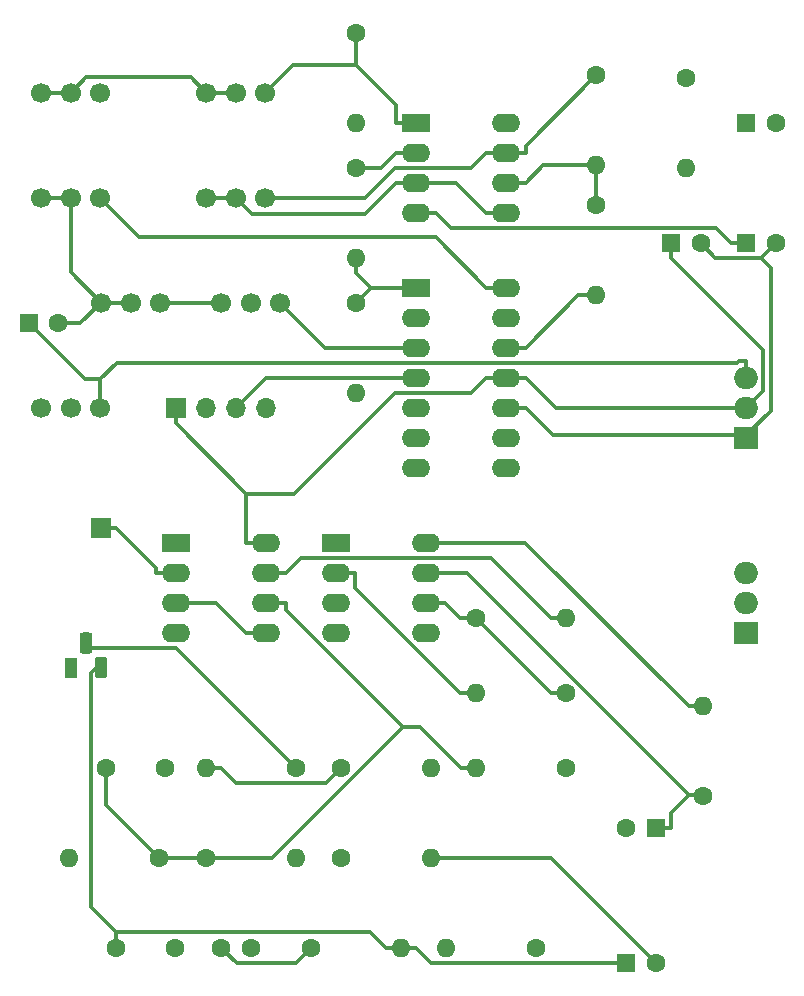
<source format=gbl>
%TF.GenerationSoftware,KiCad,Pcbnew,(5.1.12)-1*%
%TF.CreationDate,2021-11-26T16:49:32-08:00*%
%TF.ProjectId,VCO,56434f2e-6b69-4636-9164-5f7063625858,rev?*%
%TF.SameCoordinates,Original*%
%TF.FileFunction,Copper,L2,Bot*%
%TF.FilePolarity,Positive*%
%FSLAX46Y46*%
G04 Gerber Fmt 4.6, Leading zero omitted, Abs format (unit mm)*
G04 Created by KiCad (PCBNEW (5.1.12)-1) date 2021-11-26 16:49:32*
%MOMM*%
%LPD*%
G01*
G04 APERTURE LIST*
%TA.AperFunction,ComponentPad*%
%ADD10O,1.600000X1.600000*%
%TD*%
%TA.AperFunction,ComponentPad*%
%ADD11C,1.600000*%
%TD*%
%TA.AperFunction,ComponentPad*%
%ADD12R,1.700000X1.700000*%
%TD*%
%TA.AperFunction,ComponentPad*%
%ADD13R,1.600000X1.600000*%
%TD*%
%TA.AperFunction,ComponentPad*%
%ADD14R,1.100000X1.800000*%
%TD*%
%TA.AperFunction,ComponentPad*%
%ADD15O,1.700000X1.700000*%
%TD*%
%TA.AperFunction,ComponentPad*%
%ADD16C,1.700000*%
%TD*%
%TA.AperFunction,ComponentPad*%
%ADD17O,2.400000X1.600000*%
%TD*%
%TA.AperFunction,ComponentPad*%
%ADD18R,2.400000X1.600000*%
%TD*%
%TA.AperFunction,ComponentPad*%
%ADD19O,2.000000X1.905000*%
%TD*%
%TA.AperFunction,ComponentPad*%
%ADD20R,2.000000X1.905000*%
%TD*%
%TA.AperFunction,Conductor*%
%ADD21C,0.304800*%
%TD*%
G04 APERTURE END LIST*
D10*
%TO.P,R1,2*%
%TO.N,Net-(R1-Pad2)*%
X21380000Y-95250000D03*
D11*
%TO.P,R1,1*%
%TO.N,Net-(C6-Pad1)*%
X29000000Y-95250000D03*
%TD*%
D12*
%TO.P,J3,1*%
%TO.N,Net-(C5-Pad2)*%
X24130000Y-67310000D03*
%TD*%
D11*
%TO.P,C6,2*%
%TO.N,GND*%
X29561800Y-87630000D03*
%TO.P,C6,1*%
%TO.N,Net-(C6-Pad1)*%
X24561800Y-87630000D03*
%TD*%
D10*
%TO.P,R3,2*%
%TO.N,Net-(C5-Pad1)*%
X49530000Y-102870000D03*
D11*
%TO.P,R3,1*%
%TO.N,Net-(C8-Pad2)*%
X41910000Y-102870000D03*
%TD*%
%TO.P,C7,2*%
%TO.N,Net-(C7-Pad2)*%
X71080000Y-104140000D03*
D13*
%TO.P,C7,1*%
%TO.N,Net-(C5-Pad1)*%
X68580000Y-104140000D03*
%TD*%
D10*
%TO.P,R9,2*%
%TO.N,Net-(C3-Pad1)*%
X55880000Y-81280000D03*
D11*
%TO.P,R9,1*%
%TO.N,Net-(R8-Pad1)*%
X63500000Y-81280000D03*
%TD*%
%TO.P,C4,2*%
%TO.N,GND*%
X20500000Y-50000000D03*
D13*
%TO.P,C4,1*%
%TO.N,Net-(C4-Pad1)*%
X18000000Y-50000000D03*
%TD*%
D10*
%TO.P,R12,2*%
%TO.N,+12V*%
X75133200Y-82397600D03*
D11*
%TO.P,R12,1*%
%TO.N,Net-(C9-Pad1)*%
X75133200Y-90017600D03*
%TD*%
%TO.P,C8,2*%
%TO.N,Net-(C8-Pad2)*%
X34330000Y-102870000D03*
%TO.P,C8,1*%
%TO.N,Net-(C8-Pad1)*%
X36830000Y-102870000D03*
%TD*%
%TO.P,C5,2*%
%TO.N,Net-(C5-Pad2)*%
X30400000Y-102870000D03*
%TO.P,C5,1*%
%TO.N,Net-(C5-Pad1)*%
X25400000Y-102870000D03*
%TD*%
%TO.P,C1,2*%
%TO.N,GND*%
X81240000Y-43180000D03*
D13*
%TO.P,C1,1*%
%TO.N,+12V*%
X78740000Y-43180000D03*
%TD*%
D11*
%TO.P,C2,2*%
%TO.N,GND*%
X74890000Y-43180000D03*
D13*
%TO.P,C2,1*%
%TO.N,-12V*%
X72390000Y-43180000D03*
%TD*%
D10*
%TO.P,R13,2*%
%TO.N,Net-(R11-Pad1)*%
X45720000Y-33020000D03*
D11*
%TO.P,R13,1*%
%TO.N,Net-(J5-PadTN)*%
X45720000Y-25400000D03*
%TD*%
D14*
%TO.P,Q1,1*%
%TO.N,Net-(C5-Pad2)*%
X21590000Y-79140000D03*
%TO.P,Q1,3*%
%TO.N,Net-(C5-Pad1)*%
%TA.AperFunction,ComponentPad*%
G36*
G01*
X23580000Y-79765000D02*
X23580000Y-78515000D01*
G75*
G02*
X23855000Y-78240000I275000J0D01*
G01*
X24405000Y-78240000D01*
G75*
G02*
X24680000Y-78515000I0J-275000D01*
G01*
X24680000Y-79765000D01*
G75*
G02*
X24405000Y-80040000I-275000J0D01*
G01*
X23855000Y-80040000D01*
G75*
G02*
X23580000Y-79765000I0J275000D01*
G01*
G37*
%TD.AperFunction*%
%TO.P,Q1,2*%
%TO.N,Net-(Q1-Pad2)*%
%TA.AperFunction,ComponentPad*%
G36*
G01*
X22310000Y-77695000D02*
X22310000Y-76445000D01*
G75*
G02*
X22585000Y-76170000I275000J0D01*
G01*
X23135000Y-76170000D01*
G75*
G02*
X23410000Y-76445000I0J-275000D01*
G01*
X23410000Y-77695000D01*
G75*
G02*
X23135000Y-77970000I-275000J0D01*
G01*
X22585000Y-77970000D01*
G75*
G02*
X22310000Y-77695000I0J275000D01*
G01*
G37*
%TD.AperFunction*%
%TD*%
D15*
%TO.P,J1,4*%
%TO.N,+5V*%
X38100000Y-57150000D03*
%TO.P,J1,3*%
%TO.N,+12V*%
X35560000Y-57150000D03*
%TO.P,J1,2*%
%TO.N,GND*%
X33020000Y-57150000D03*
D12*
%TO.P,J1,1*%
%TO.N,-12V*%
X30480000Y-57150000D03*
%TD*%
D10*
%TO.P,R10,2*%
%TO.N,Net-(R10-Pad2)*%
X45720000Y-55880000D03*
D11*
%TO.P,R10,1*%
%TO.N,Net-(R10-Pad1)*%
X45720000Y-48260000D03*
%TD*%
D10*
%TO.P,R2,2*%
%TO.N,Net-(R2-Pad2)*%
X40640000Y-95250000D03*
D11*
%TO.P,R2,1*%
%TO.N,Net-(C6-Pad1)*%
X33020000Y-95250000D03*
%TD*%
D10*
%TO.P,R11,2*%
%TO.N,Net-(R10-Pad1)*%
X45720000Y-44450000D03*
D11*
%TO.P,R11,1*%
%TO.N,Net-(R11-Pad1)*%
X45720000Y-36830000D03*
%TD*%
D10*
%TO.P,R5,2*%
%TO.N,Net-(C8-Pad1)*%
X33020000Y-87630000D03*
D11*
%TO.P,R5,1*%
%TO.N,Net-(Q1-Pad2)*%
X40640000Y-87630000D03*
%TD*%
%TO.P,C9,2*%
%TO.N,Net-(C9-Pad2)*%
X68620000Y-92710000D03*
D13*
%TO.P,C9,1*%
%TO.N,Net-(C9-Pad1)*%
X71120000Y-92710000D03*
%TD*%
D10*
%TO.P,R14,2*%
%TO.N,Net-(C9-Pad2)*%
X53340000Y-102870000D03*
D11*
%TO.P,R14,1*%
%TO.N,Net-(R14-Pad1)*%
X60960000Y-102870000D03*
%TD*%
D10*
%TO.P,R8,2*%
%TO.N,Net-(R4-Pad1)*%
X63500000Y-74930000D03*
D11*
%TO.P,R8,1*%
%TO.N,Net-(R8-Pad1)*%
X55880000Y-74930000D03*
%TD*%
D10*
%TO.P,R7,2*%
%TO.N,Net-(C7-Pad2)*%
X52070000Y-95250000D03*
D11*
%TO.P,R7,1*%
%TO.N,Net-(R10-Pad2)*%
X44450000Y-95250000D03*
%TD*%
D10*
%TO.P,R6,2*%
%TO.N,+12V*%
X52070000Y-87630000D03*
D11*
%TO.P,R6,1*%
%TO.N,Net-(C8-Pad1)*%
X44450000Y-87630000D03*
%TD*%
D10*
%TO.P,R4,2*%
%TO.N,Net-(C6-Pad1)*%
X55880000Y-87630000D03*
D11*
%TO.P,R4,1*%
%TO.N,Net-(R4-Pad1)*%
X63500000Y-87630000D03*
%TD*%
%TO.P,C3,2*%
%TO.N,GND*%
X81240000Y-33020000D03*
D13*
%TO.P,C3,1*%
%TO.N,Net-(C3-Pad1)*%
X78740000Y-33020000D03*
%TD*%
D16*
%TO.P,RV2,3*%
%TO.N,Net-(C4-Pad1)*%
X24050000Y-57150000D03*
%TO.P,RV2,2*%
%TO.N,Net-(R1-Pad2)*%
X21550000Y-57150000D03*
%TO.P,RV2,1*%
%TO.N,GND*%
X19050000Y-57150000D03*
%TD*%
%TO.P,RV1,3*%
%TO.N,GND*%
X39290000Y-48260000D03*
%TO.P,RV1,2*%
%TO.N,Net-(R2-Pad2)*%
X36790000Y-48260000D03*
%TO.P,RV1,1*%
%TO.N,Net-(J2-PadTN)*%
X34290000Y-48260000D03*
%TD*%
%TO.P,J7,TN*%
%TO.N,Net-(J7-PadTN)*%
X38020000Y-39370000D03*
%TO.P,J7,T*%
%TO.N,GND*%
X35520000Y-39370000D03*
%TO.P,J7,S*%
X33020000Y-39370000D03*
%TD*%
%TO.P,J4,TN*%
%TO.N,Net-(J4-PadTN)*%
X24050000Y-30480000D03*
%TO.P,J4,T*%
%TO.N,GND*%
X21550000Y-30480000D03*
%TO.P,J4,S*%
X19050000Y-30480000D03*
%TD*%
%TO.P,J2,TN*%
%TO.N,Net-(J2-PadTN)*%
X29130000Y-48260000D03*
%TO.P,J2,T*%
%TO.N,GND*%
X26630000Y-48260000D03*
%TO.P,J2,S*%
X24130000Y-48260000D03*
%TD*%
D17*
%TO.P,U6,8*%
%TO.N,-12V*%
X58420000Y-33020000D03*
%TO.P,U6,4*%
%TO.N,+12V*%
X50800000Y-40640000D03*
%TO.P,U6,7*%
%TO.N,Net-(J7-PadTN)*%
X58420000Y-35560000D03*
%TO.P,U6,3*%
%TO.N,GND*%
X50800000Y-38100000D03*
%TO.P,U6,6*%
%TO.N,Net-(R16-Pad1)*%
X58420000Y-38100000D03*
%TO.P,U6,2*%
%TO.N,Net-(R11-Pad1)*%
X50800000Y-35560000D03*
%TO.P,U6,5*%
%TO.N,GND*%
X58420000Y-40640000D03*
D18*
%TO.P,U6,1*%
%TO.N,Net-(J5-PadTN)*%
X50800000Y-33020000D03*
%TD*%
D16*
%TO.P,J5,TN*%
%TO.N,Net-(J5-PadTN)*%
X38020000Y-30480000D03*
%TO.P,J5,T*%
%TO.N,GND*%
X35520000Y-30480000D03*
%TO.P,J5,S*%
X33020000Y-30480000D03*
%TD*%
D17*
%TO.P,U5,14*%
%TO.N,Net-(J6-PadTN)*%
X58420000Y-46990000D03*
%TO.P,U5,7*%
%TO.N,Net-(J4-PadTN)*%
X50800000Y-62230000D03*
%TO.P,U5,13*%
%TO.N,Net-(J6-PadTN)*%
X58420000Y-49530000D03*
%TO.P,U5,6*%
%TO.N,Net-(J4-PadTN)*%
X50800000Y-59690000D03*
%TO.P,U5,12*%
%TO.N,Net-(R15-Pad1)*%
X58420000Y-52070000D03*
%TO.P,U5,5*%
%TO.N,Net-(R10-Pad1)*%
X50800000Y-57150000D03*
%TO.P,U5,11*%
%TO.N,-12V*%
X58420000Y-54610000D03*
%TO.P,U5,4*%
%TO.N,+12V*%
X50800000Y-54610000D03*
%TO.P,U5,10*%
%TO.N,GND*%
X58420000Y-57150000D03*
%TO.P,U5,3*%
X50800000Y-52070000D03*
%TO.P,U5,9*%
%TO.N,Net-(R14-Pad1)*%
X58420000Y-59690000D03*
%TO.P,U5,2*%
%TO.N,Net-(R10-Pad2)*%
X50800000Y-49530000D03*
%TO.P,U5,8*%
%TO.N,Net-(R15-Pad1)*%
X58420000Y-62230000D03*
D18*
%TO.P,U5,1*%
%TO.N,Net-(R10-Pad1)*%
X50800000Y-46990000D03*
%TD*%
D17*
%TO.P,U3,8*%
%TO.N,+12V*%
X51620000Y-68580000D03*
%TO.P,U3,4*%
%TO.N,-12V*%
X44000000Y-76200000D03*
%TO.P,U3,7*%
%TO.N,Net-(C9-Pad1)*%
X51620000Y-71120000D03*
%TO.P,U3,3*%
%TO.N,Net-(C8-Pad2)*%
X44000000Y-73660000D03*
%TO.P,U3,6*%
%TO.N,Net-(R8-Pad1)*%
X51620000Y-73660000D03*
%TO.P,U3,2*%
%TO.N,Net-(C3-Pad1)*%
X44000000Y-71120000D03*
%TO.P,U3,5*%
%TO.N,Net-(C5-Pad1)*%
X51620000Y-76200000D03*
D18*
%TO.P,U3,1*%
%TO.N,Net-(C8-Pad1)*%
X44000000Y-68580000D03*
%TD*%
D10*
%TO.P,R17,2*%
%TO.N,Net-(R16-Pad1)*%
X66040000Y-36620000D03*
D11*
%TO.P,R17,1*%
%TO.N,Net-(J7-PadTN)*%
X66040000Y-29000000D03*
%TD*%
D10*
%TO.P,R16,2*%
%TO.N,Net-(R15-Pad1)*%
X66040000Y-47620000D03*
D11*
%TO.P,R16,1*%
%TO.N,Net-(R16-Pad1)*%
X66040000Y-40000000D03*
%TD*%
D10*
%TO.P,R15,2*%
%TO.N,Net-(R14-Pad1)*%
X73660000Y-36830000D03*
D11*
%TO.P,R15,1*%
%TO.N,Net-(R15-Pad1)*%
X73660000Y-29210000D03*
%TD*%
D16*
%TO.P,J6,TN*%
%TO.N,Net-(J6-PadTN)*%
X24050000Y-39370000D03*
%TO.P,J6,T*%
%TO.N,GND*%
X21550000Y-39370000D03*
%TO.P,J6,S*%
X19050000Y-39370000D03*
%TD*%
D17*
%TO.P,U4,8*%
%TO.N,-12V*%
X38100000Y-68580000D03*
%TO.P,U4,4*%
%TO.N,+12V*%
X30480000Y-76200000D03*
%TO.P,U4,7*%
%TO.N,Net-(R4-Pad1)*%
X38100000Y-71120000D03*
%TO.P,U4,3*%
%TO.N,GND*%
X30480000Y-73660000D03*
%TO.P,U4,6*%
%TO.N,Net-(C6-Pad1)*%
X38100000Y-73660000D03*
%TO.P,U4,2*%
%TO.N,Net-(C5-Pad2)*%
X30480000Y-71120000D03*
%TO.P,U4,5*%
%TO.N,GND*%
X38100000Y-76200000D03*
D18*
%TO.P,U4,1*%
%TO.N,Net-(C5-Pad1)*%
X30480000Y-68580000D03*
%TD*%
D19*
%TO.P,U2,3*%
%TO.N,Net-(C4-Pad1)*%
X78740000Y-54610000D03*
%TO.P,U2,2*%
%TO.N,-12V*%
X78740000Y-57150000D03*
D20*
%TO.P,U2,1*%
%TO.N,GND*%
X78740000Y-59690000D03*
%TD*%
D19*
%TO.P,U1,3*%
%TO.N,Net-(C3-Pad1)*%
X78740000Y-71120000D03*
%TO.P,U1,2*%
%TO.N,GND*%
X78740000Y-73660000D03*
D20*
%TO.P,U1,1*%
%TO.N,+12V*%
X78740000Y-76200000D03*
%TD*%
D21*
%TO.N,GND*%
X38100000Y-76200000D02*
X36442500Y-76200000D01*
X30480000Y-73660000D02*
X33902500Y-73660000D01*
X33902500Y-73660000D02*
X36442500Y-76200000D01*
X78740000Y-59457500D02*
X62385000Y-59457500D01*
X62385000Y-59457500D02*
X60077500Y-57150000D01*
X79982400Y-44437600D02*
X80818500Y-45273700D01*
X80818500Y-45273700D02*
X80818500Y-57379000D01*
X80818500Y-57379000D02*
X78740000Y-59457500D01*
X78740000Y-59690000D02*
X78740000Y-59457500D01*
X58420000Y-57150000D02*
X60077500Y-57150000D01*
X58420000Y-40640000D02*
X56762500Y-40640000D01*
X56762500Y-40640000D02*
X54222500Y-38100000D01*
X54222500Y-38100000D02*
X50800000Y-38100000D01*
X79982400Y-44437600D02*
X81240000Y-43180000D01*
X74890000Y-43180000D02*
X76147600Y-44437600D01*
X76147600Y-44437600D02*
X79982400Y-44437600D01*
X50800000Y-52070000D02*
X49142500Y-52070000D01*
X39290000Y-48260000D02*
X43100000Y-52070000D01*
X43100000Y-52070000D02*
X49142500Y-52070000D01*
X24130000Y-48260000D02*
X26630000Y-48260000D01*
X21550000Y-39370000D02*
X21550000Y-45680000D01*
X21550000Y-45680000D02*
X24130000Y-48260000D01*
X19050000Y-39370000D02*
X21550000Y-39370000D01*
X35520000Y-39370000D02*
X33020000Y-39370000D01*
X49142500Y-38100000D02*
X46502400Y-40740100D01*
X46502400Y-40740100D02*
X36890100Y-40740100D01*
X36890100Y-40740100D02*
X35520000Y-39370000D01*
X33020000Y-30480000D02*
X31708800Y-29168800D01*
X31708800Y-29168800D02*
X22861200Y-29168800D01*
X22861200Y-29168800D02*
X21550000Y-30480000D01*
X35520000Y-30480000D02*
X33020000Y-30480000D01*
X19050000Y-30480000D02*
X21550000Y-30480000D01*
X24130000Y-48260000D02*
X22390000Y-50000000D01*
X22390000Y-50000000D02*
X20500000Y-50000000D01*
X50800000Y-38100000D02*
X49142500Y-38100000D01*
%TO.N,+12V*%
X75133200Y-82397600D02*
X73875700Y-82397600D01*
X73875700Y-82397600D02*
X60058100Y-68580000D01*
X60058100Y-68580000D02*
X51620000Y-68580000D01*
X78740000Y-43180000D02*
X77482500Y-43180000D01*
X50800000Y-40640000D02*
X52457500Y-40640000D01*
X52457500Y-40640000D02*
X53740000Y-41922500D01*
X53740000Y-41922500D02*
X76225000Y-41922500D01*
X76225000Y-41922500D02*
X77482500Y-43180000D01*
X49142500Y-54610000D02*
X38100000Y-54610000D01*
X38100000Y-54610000D02*
X35560000Y-57150000D01*
X50800000Y-54610000D02*
X49142500Y-54610000D01*
%TO.N,-12V*%
X72390000Y-43180000D02*
X72390000Y-44437500D01*
X78740000Y-57150000D02*
X80197600Y-55692400D01*
X80197600Y-55692400D02*
X80197600Y-52245100D01*
X80197600Y-52245100D02*
X72390000Y-44437500D01*
X60077500Y-54610000D02*
X62617500Y-57150000D01*
X62617500Y-57150000D02*
X78740000Y-57150000D01*
X56762500Y-54610000D02*
X55480100Y-55892400D01*
X55480100Y-55892400D02*
X49012900Y-55892400D01*
X49012900Y-55892400D02*
X40485300Y-64420000D01*
X40485300Y-64420000D02*
X36442500Y-64420000D01*
X36442500Y-64420000D02*
X30480000Y-58457500D01*
X36442500Y-68580000D02*
X36442500Y-64420000D01*
X58420000Y-54610000D02*
X56762500Y-54610000D01*
X30480000Y-57150000D02*
X30480000Y-58457500D01*
X38100000Y-68580000D02*
X36442500Y-68580000D01*
X58420000Y-54610000D02*
X60077500Y-54610000D01*
%TO.N,Net-(C3-Pad1)*%
X44000000Y-71120000D02*
X45657500Y-71120000D01*
X55880000Y-81280000D02*
X54515100Y-81280000D01*
X54515100Y-81280000D02*
X45657500Y-72422400D01*
X45657500Y-72422400D02*
X45657500Y-71120000D01*
%TO.N,Net-(C5-Pad2)*%
X30480000Y-71120000D02*
X28822500Y-71120000D01*
X24130000Y-67310000D02*
X25437500Y-67310000D01*
X28822500Y-71120000D02*
X28822500Y-70695000D01*
X28822500Y-70695000D02*
X25437500Y-67310000D01*
%TO.N,Net-(C5-Pad1)*%
X25400000Y-101530400D02*
X25400000Y-102870000D01*
X24130000Y-78740000D02*
X23290500Y-79579500D01*
X23290500Y-79579500D02*
X23290500Y-99420900D01*
X23290500Y-99420900D02*
X25400000Y-101530400D01*
X25400000Y-101530400D02*
X46932900Y-101530400D01*
X46932900Y-101530400D02*
X48272500Y-102870000D01*
X49530000Y-102870000D02*
X48272500Y-102870000D01*
X49530000Y-102870000D02*
X50787500Y-102870000D01*
X68580000Y-104140000D02*
X52057500Y-104140000D01*
X52057500Y-104140000D02*
X50787500Y-102870000D01*
%TO.N,Net-(C6-Pad1)*%
X49691100Y-84171800D02*
X39757500Y-74238200D01*
X39757500Y-74238200D02*
X39757500Y-73660000D01*
X54622500Y-87630000D02*
X51164300Y-84171800D01*
X51164300Y-84171800D02*
X49691100Y-84171800D01*
X33020000Y-95250000D02*
X38612900Y-95250000D01*
X38612900Y-95250000D02*
X49691100Y-84171800D01*
X29000000Y-95250000D02*
X33020000Y-95250000D01*
X55880000Y-87630000D02*
X54622500Y-87630000D01*
X38100000Y-73660000D02*
X39757500Y-73660000D01*
X29000000Y-95250000D02*
X24561800Y-90811800D01*
X24561800Y-90811800D02*
X24561800Y-87630000D01*
%TO.N,Net-(C7-Pad2)*%
X71080000Y-104140000D02*
X62190000Y-95250000D01*
X62190000Y-95250000D02*
X52070000Y-95250000D01*
%TO.N,Net-(C8-Pad2)*%
X34330000Y-102870000D02*
X35627500Y-104167500D01*
X35627500Y-104167500D02*
X40612500Y-104167500D01*
X40612500Y-104167500D02*
X41910000Y-102870000D01*
%TO.N,Net-(C8-Pad1)*%
X33020000Y-87630000D02*
X34277500Y-87630000D01*
X44450000Y-87630000D02*
X43190700Y-88889300D01*
X43190700Y-88889300D02*
X35536800Y-88889300D01*
X35536800Y-88889300D02*
X34277500Y-87630000D01*
%TO.N,Net-(C9-Pad1)*%
X71120000Y-92710000D02*
X72377500Y-92710000D01*
X73914400Y-89915600D02*
X75031200Y-89915600D01*
X75031200Y-89915600D02*
X75133200Y-90017600D01*
X72377500Y-92710000D02*
X72377500Y-91452500D01*
X72377500Y-91452500D02*
X73914400Y-89915600D01*
X51620000Y-71120000D02*
X55118800Y-71120000D01*
X55118800Y-71120000D02*
X73914400Y-89915600D01*
%TO.N,Net-(J2-PadTN)*%
X29130000Y-48260000D02*
X34290000Y-48260000D01*
%TO.N,Net-(J5-PadTN)*%
X50800000Y-33020000D02*
X49142500Y-33020000D01*
X45720000Y-28111500D02*
X40388500Y-28111500D01*
X40388500Y-28111500D02*
X38020000Y-30480000D01*
X49142500Y-33020000D02*
X49142500Y-31534000D01*
X49142500Y-31534000D02*
X45720000Y-28111500D01*
X45720000Y-28111500D02*
X45720000Y-25400000D01*
%TO.N,Net-(J6-PadTN)*%
X58420000Y-46990000D02*
X56762500Y-46990000D01*
X56762500Y-46990000D02*
X52479200Y-42706700D01*
X52479200Y-42706700D02*
X27386700Y-42706700D01*
X27386700Y-42706700D02*
X24050000Y-39370000D01*
%TO.N,Net-(J7-PadTN)*%
X58420000Y-35560000D02*
X56762500Y-35560000D01*
X38020000Y-39370000D02*
X46468200Y-39370000D01*
X46468200Y-39370000D02*
X49008200Y-36830000D01*
X49008200Y-36830000D02*
X55492500Y-36830000D01*
X55492500Y-36830000D02*
X56762500Y-35560000D01*
X58420000Y-35560000D02*
X60077500Y-35560000D01*
X60077500Y-35560000D02*
X60077500Y-34962500D01*
X60077500Y-34962500D02*
X66040000Y-29000000D01*
%TO.N,Net-(Q1-Pad2)*%
X22860000Y-77470000D02*
X30480000Y-77470000D01*
X30480000Y-77470000D02*
X40640000Y-87630000D01*
%TO.N,Net-(R4-Pad1)*%
X63500000Y-74930000D02*
X62242500Y-74930000D01*
X38100000Y-71120000D02*
X39757500Y-71120000D01*
X39757500Y-71120000D02*
X41027500Y-69850000D01*
X41027500Y-69850000D02*
X57162500Y-69850000D01*
X57162500Y-69850000D02*
X62242500Y-74930000D01*
%TO.N,Net-(R8-Pad1)*%
X63500000Y-81280000D02*
X62230000Y-81280000D01*
X62230000Y-81280000D02*
X55880000Y-74930000D01*
X53277500Y-73660000D02*
X54547500Y-74930000D01*
X54547500Y-74930000D02*
X55880000Y-74930000D01*
X51620000Y-73660000D02*
X53277500Y-73660000D01*
%TO.N,Net-(R10-Pad1)*%
X46990000Y-46990000D02*
X45720000Y-48260000D01*
X50800000Y-46990000D02*
X46990000Y-46990000D01*
X46990000Y-46990000D02*
X46990000Y-46977500D01*
X46990000Y-46977500D02*
X45720000Y-45707500D01*
X45720000Y-44450000D02*
X45720000Y-45707500D01*
%TO.N,Net-(R11-Pad1)*%
X50800000Y-35560000D02*
X49142500Y-35560000D01*
X49142500Y-35560000D02*
X47872500Y-36830000D01*
X47872500Y-36830000D02*
X45720000Y-36830000D01*
%TO.N,Net-(R15-Pad1)*%
X58420000Y-52070000D02*
X60077500Y-52070000D01*
X60077500Y-52070000D02*
X64527500Y-47620000D01*
X64527500Y-47620000D02*
X66040000Y-47620000D01*
%TO.N,Net-(R16-Pad1)*%
X66040000Y-40000000D02*
X66040000Y-36620000D01*
X58420000Y-38100000D02*
X60077500Y-38100000D01*
X60077500Y-38100000D02*
X61557500Y-36620000D01*
X61557500Y-36620000D02*
X66040000Y-36620000D01*
%TO.N,Net-(C4-Pad1)*%
X24050000Y-54743800D02*
X22743800Y-54743800D01*
X22743800Y-54743800D02*
X18000000Y-50000000D01*
X78740000Y-53200000D02*
X78108500Y-53200000D01*
X78108500Y-53200000D02*
X77968400Y-53340100D01*
X77968400Y-53340100D02*
X25453700Y-53340100D01*
X25453700Y-53340100D02*
X24050000Y-54743800D01*
X24050000Y-54743800D02*
X24050000Y-57150000D01*
X78740000Y-54610000D02*
X78740000Y-53200000D01*
%TD*%
M02*

</source>
